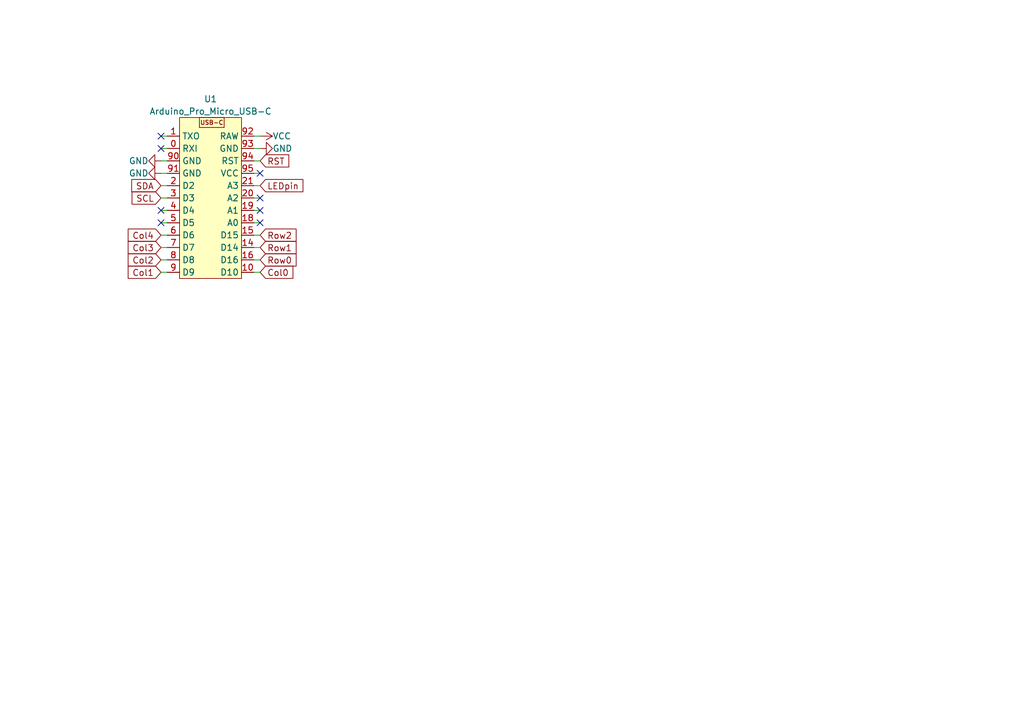
<source format=kicad_sch>
(kicad_sch (version 20211123) (generator eeschema)
  (paper "A5")
  (lib_symbols
    (symbol "Custom_MCU:Arduino_Pro_Micro_USB-C"
      (property "Reference" "U" (at 0 19.05 0))
      (property "Value" "Arduino_Pro_Micro_USB-C" (at 0 17.78 0))
      (symbol "Arduino_Pro_Micro_USB-C_0_0"
        (text "USB-C" (at 0.254 15.494 0) (effects (font (size 0.889 0.889))))
      )
      (symbol "Arduino_Pro_Micro_USB-C_0_1"
        (rectangle (start -6.35 16.51) (end 6.35 -16.51) (fill (type background)))
        (rectangle (start -2.286 16.51) (end 2.794 14.478))
        (pin input line (at -8.89 10.16 0) (length 2.54) (name "RXI") (number "0"))
        (pin output line (at -8.89 12.7 0) (length 2.54) (name "TXO") (number "1"))
        (pin bidirectional line (at 8.89 -15.24 180) (length 2.54) (name "D10") (number "10"))
        (pin bidirectional line (at 8.89 -10.16 180) (length 2.54) (name "D14") (number "14"))
        (pin bidirectional line (at 8.89 -7.62 180) (length 2.54) (name "D15") (number "15"))
        (pin bidirectional line (at 8.89 -12.7 180) (length 2.54) (name "D16") (number "16"))
        (pin bidirectional line (at 8.89 -5.08 180) (length 2.54) (name "A0") (number "18"))
        (pin bidirectional line (at 8.89 -2.54 180) (length 2.54) (name "A1") (number "19"))
        (pin bidirectional line (at -8.89 2.54 0) (length 2.54) (name "D2") (number "2"))
        (pin bidirectional line (at 8.89 0 180) (length 2.54) (name "A2") (number "20"))
        (pin bidirectional line (at 8.89 2.54 180) (length 2.54) (name "A3") (number "21"))
        (pin bidirectional line (at -8.89 0 0) (length 2.54) (name "D3") (number "3"))
        (pin bidirectional line (at -8.89 -2.54 0) (length 2.54) (name "D4") (number "4"))
        (pin bidirectional line (at -8.89 -5.08 0) (length 2.54) (name "D5") (number "5"))
        (pin bidirectional line (at -8.89 -7.62 0) (length 2.54) (name "D6") (number "6"))
        (pin bidirectional line (at -8.89 -10.16 0) (length 2.54) (name "D7") (number "7"))
        (pin bidirectional line (at -8.89 -12.7 0) (length 2.54) (name "D8") (number "8"))
        (pin bidirectional line (at -8.89 -15.24 0) (length 2.54) (name "D9") (number "9"))
        (pin power_in line (at -8.89 7.62 0) (length 2.54) (name "GND") (number "90"))
        (pin power_in line (at -8.89 5.08 0) (length 2.54) (name "GND") (number "91"))
        (pin power_out line (at 8.89 12.7 180) (length 2.54) (name "RAW") (number "92"))
        (pin power_out line (at 8.89 10.16 180) (length 2.54) (name "GND") (number "93"))
        (pin bidirectional line (at 8.89 7.62 180) (length 2.54) (name "RST") (number "94"))
        (pin power_out line (at 8.89 5.08 180) (length 2.54) (name "VCC") (number "95"))
      )
    )
    (symbol "power:GND" (power) (pin_names (offset 0))
      (property "Value" "GND" (at 0 -3.81 0))
      (symbol "GND_0_1"
        (polyline (pts (xy 0 0) (xy 0 -1.27) (xy 1.27 -1.27) (xy 0 -2.54) (xy -1.27 -1.27) (xy 0 -1.27)))
      )
      (symbol "GND_1_1"
        (pin power_in line (at 0 0 270) (length 0) hide (name "GND") (number "1"))
      )
    )
    (symbol "power:VCC" (power) (pin_names (offset 0))
      (property "Value" "VCC" (at 0 3.81 0))
      (symbol "VCC_0_1"
        (polyline (pts (xy -0.762 1.27) (xy 0 2.54)))
        (polyline (pts (xy 0 0) (xy 0 2.54)))
        (polyline (pts (xy 0 2.54) (xy 0.762 1.27)))
      )
      (symbol "VCC_1_1"
        (pin power_in line (at 0 0 90) (length 0) hide (name "VCC") (number "1"))
      )
    )
  )
  (no_connect (at 33.02 27.94))
  (no_connect (at 53.34 45.72))
  (no_connect (at 53.34 35.56))
  (no_connect (at 33.02 45.72))
  (no_connect (at 33.02 43.18))
  (no_connect (at 33.02 30.48))
  (no_connect (at 53.34 43.18))
  (no_connect (at 53.34 40.64))
  (wire (pts (xy 53.34 27.94) (xy 52.07 27.94)))
  (wire (pts (xy 53.34 33.02) (xy 52.07 33.02)))
  (wire (pts (xy 52.07 53.34) (xy 53.34 53.34)))
  (wire (pts (xy 52.07 38.1) (xy 53.34 38.1)))
  (wire (pts (xy 53.34 30.48) (xy 52.07 30.48)))
  (wire (pts (xy 33.02 38.1) (xy 34.29 38.1)))
  (wire (pts (xy 52.07 50.8) (xy 53.34 50.8)))
  (wire (pts (xy 53.34 45.72) (xy 52.07 45.72)))
  (wire (pts (xy 53.34 43.18) (xy 52.07 43.18)))
  (wire (pts (xy 53.34 40.64) (xy 52.07 40.64)))
  (wire (pts (xy 33.02 30.48) (xy 34.29 30.48)))
  (wire (pts (xy 33.02 40.64) (xy 34.29 40.64)))
  (wire (pts (xy 53.34 35.56) (xy 52.07 35.56)))
  (wire (pts (xy 33.02 55.88) (xy 34.29 55.88)))
  (wire (pts (xy 33.02 35.56) (xy 34.29 35.56)))
  (wire (pts (xy 33.02 27.94) (xy 34.29 27.94)))
  (wire (pts (xy 52.07 55.88) (xy 53.34 55.88)))
  (wire (pts (xy 33.02 33.02) (xy 34.29 33.02)))
  (wire (pts (xy 53.34 48.26) (xy 52.07 48.26)))
  (wire (pts (xy 33.02 45.72) (xy 34.29 45.72)))
  (wire (pts (xy 33.02 53.34) (xy 34.29 53.34)))
  (wire (pts (xy 33.02 48.26) (xy 34.29 48.26)))
  (wire (pts (xy 33.02 43.18) (xy 34.29 43.18)))
  (wire (pts (xy 33.02 50.8) (xy 34.29 50.8)))
  (global_label "Col0" (shape input) (at 53.34 55.88 0) (property "Intersheet References" "${INTERSHEET_REFS}" (effects hide)))
  (global_label "Row1" (shape input) (at 53.34 50.8 0) (property "Intersheet References" "${INTERSHEET_REFS}" (effects hide)))
  (global_label "LEDpin" (shape input) (at 53.34 38.1 0) (property "Intersheet References" "${INTERSHEET_REFS}" (effects hide)))
  (global_label "Col3" (shape input) (at 33.02 50.8 180) (property "Intersheet References" "${INTERSHEET_REFS}" (effects hide)))
  (global_label "SDA" (shape input) (at 33.02 38.1 180) (property "Intersheet References" "${INTERSHEET_REFS}" (effects hide)))
  (global_label "Row0" (shape input) (at 53.34 53.34 0) (property "Intersheet References" "${INTERSHEET_REFS}" (effects hide)))
  (global_label "Row2" (shape input) (at 53.34 48.26 0) (property "Intersheet References" "${INTERSHEET_REFS}" (effects hide)))
  (global_label "SCL" (shape input) (at 33.02 40.64 180) (property "Intersheet References" "${INTERSHEET_REFS}" (effects hide)))
  (global_label "Col1" (shape input) (at 33.02 55.88 180) (property "Intersheet References" "${INTERSHEET_REFS}" (effects hide)))
  (global_label "RST" (shape input) (at 53.34 33.02 0) (property "Intersheet References" "${INTERSHEET_REFS}" (effects hide)))
  (global_label "Col2" (shape input) (at 33.02 53.34 180) (property "Intersheet References" "${INTERSHEET_REFS}" (effects hide)))
  (global_label "Col4" (shape input) (at 33.02 48.26 180) (property "Intersheet References" "${INTERSHEET_REFS}" (effects hide)))
  (symbol (lib_id "power:GND") (at 33.02 33.02 270) (unit 1)
    (property "Reference" "#PWR?" (effects hide))
    (property "Value" "GND" (at 30.48 33.02 90) (effects (justify right)))
  )
  (symbol (lib_id "Custom_MCU:Arduino_Pro_Micro_USB-C") (at 43.18 40.64 0) (unit 1)
    (property "Reference" "U1" (at 43.18 20.32 0))
    (property "Value" "Arduino_Pro_Micro_USB-C" (at 43.18 22.86 0))
    (property "Footprint" "Custom_MCU:Arduino_Pro_Micro_USB-C_CleanFront" (effects hide))
    (property "Datasheet" "https://de.aliexpress.com/item/1005004771851259.html" (effects hide))
    (property "Part#" "-" (effects hide))
    (property "Supplier" "AliExpress" (effects hide))
  )
  (symbol (lib_id "power:VCC") (at 53.34 27.94 270) (unit 1)
    (property "Reference" "#PWR?" (effects hide))
    (property "Value" "VCC" (at 55.88 27.94 90) (effects (justify left)))
  )
  (symbol (lib_id "power:GND") (at 33.02 35.56 270) (unit 1)
    (property "Reference" "#PWR?" (effects hide))
    (property "Value" "GND" (at 30.48 35.56 90) (effects (justify right)))
  )
  (symbol (lib_id "power:GND") (at 53.34 30.48 90) (unit 1)
    (property "Reference" "#PWR?" (effects hide))
    (property "Value" "GND" (at 55.88 30.48 90) (effects (justify right)))
  )
)
</source>
